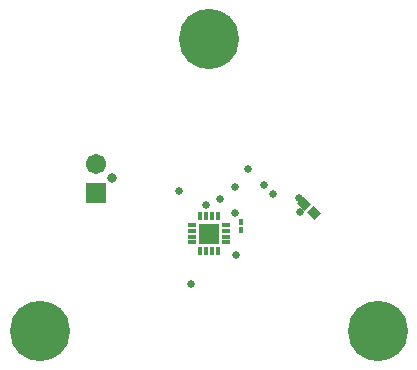
<source format=gbs>
G04*
G04 #@! TF.GenerationSoftware,Altium Limited,Altium Designer,24.1.2 (44)*
G04*
G04 Layer_Color=16711935*
%FSLAX44Y44*%
%MOMM*%
G71*
G04*
G04 #@! TF.SameCoordinates,9C14B213-01B7-469D-91E1-2C6BB7E4D26A*
G04*
G04*
G04 #@! TF.FilePolarity,Negative*
G04*
G01*
G75*
%ADD33C,5.1000*%
%ADD34R,1.7024X1.7024*%
%ADD35C,1.7024*%
%ADD36C,0.8024*%
%ADD37C,0.6604*%
%ADD48R,0.4627X0.5541*%
G04:AMPARAMS|DCode=52|XSize=0.9024mm|YSize=0.7524mm|CornerRadius=0mm|HoleSize=0mm|Usage=FLASHONLY|Rotation=135.000|XOffset=0mm|YOffset=0mm|HoleType=Round|Shape=Rectangle|*
%AMROTATEDRECTD52*
4,1,4,0.5851,-0.0530,0.0530,-0.5851,-0.5851,0.0530,-0.0530,0.5851,0.5851,-0.0530,0.0*
%
%ADD52ROTATEDRECTD52*%

%ADD53R,0.3520X0.8020*%
%ADD54R,0.8020X0.3520*%
%ADD55R,1.8020X1.8020*%
D33*
X-142890Y-82500D02*
D03*
X142890D02*
D03*
X0Y165000D02*
D03*
D34*
X-95188Y34236D02*
D03*
D35*
Y59236D02*
D03*
D36*
X-81788Y46736D02*
D03*
D37*
X76528Y29955D02*
D03*
X77341Y17957D02*
D03*
X-25146Y36322D02*
D03*
X9144Y29718D02*
D03*
X-2326Y23876D02*
D03*
X23368Y-18034D02*
D03*
X21928Y17283D02*
D03*
X22352Y39370D02*
D03*
X-15238Y-42673D02*
D03*
X33498Y54834D02*
D03*
X46833Y41499D02*
D03*
X54707Y33625D02*
D03*
D48*
X27432Y9893D02*
D03*
Y2807D02*
D03*
D52*
X80947Y25479D02*
D03*
X88725Y17701D02*
D03*
D53*
X7500Y-14500D02*
D03*
X2500D02*
D03*
X-2500D02*
D03*
X-7500D02*
D03*
Y14500D02*
D03*
X-2500D02*
D03*
X2500D02*
D03*
X7500D02*
D03*
D54*
X-14500Y-7500D02*
D03*
Y-2500D02*
D03*
Y2500D02*
D03*
Y7500D02*
D03*
X14500D02*
D03*
Y2500D02*
D03*
Y-2500D02*
D03*
Y-7500D02*
D03*
D55*
X0Y0D02*
D03*
M02*

</source>
